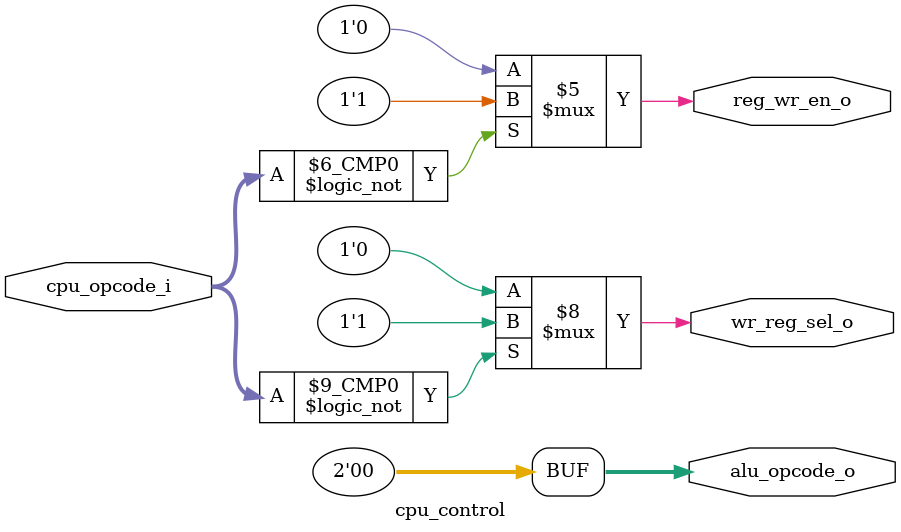
<source format=v>
module cpu_control (
    input wire [5:0] cpu_opcode_i,
    output reg wr_reg_sel_o,
    output reg reg_wr_en_o,
    output reg [1:0] alu_opcode_o
);

  always @(*) begin
    case (cpu_opcode_i)
      6'b000000: begin
        wr_reg_sel_o = 1;
        reg_wr_en_o  = 1;
        alu_opcode_o = 2'b00;
      end
      default: begin
        wr_reg_sel_o = 0;
        reg_wr_en_o  = 0;
        alu_opcode_o = 2'b00;
      end
    endcase
  end

endmodule

</source>
